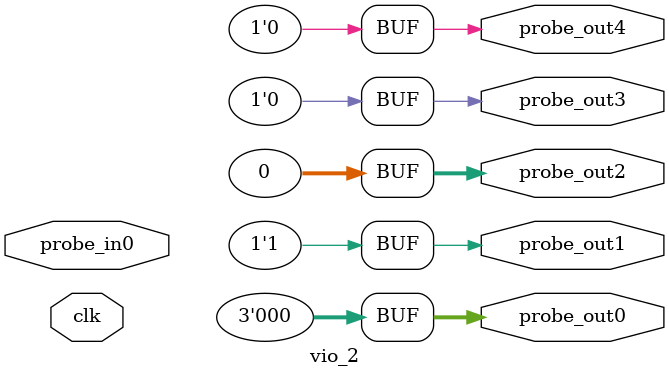
<source format=v>
`timescale 1ns / 1ps
module vio_2 (
clk,
probe_in0,
probe_out0,
probe_out1,
probe_out2,
probe_out3,
probe_out4
);

input clk;
input [31 : 0] probe_in0;

output reg [2 : 0] probe_out0 = 'h0 ;
output reg [0 : 0] probe_out1 = 'h1 ;
output reg [31 : 0] probe_out2 = 'h00000000 ;
output reg [0 : 0] probe_out3 = 'h0 ;
output reg [0 : 0] probe_out4 = 'h0 ;


endmodule

</source>
